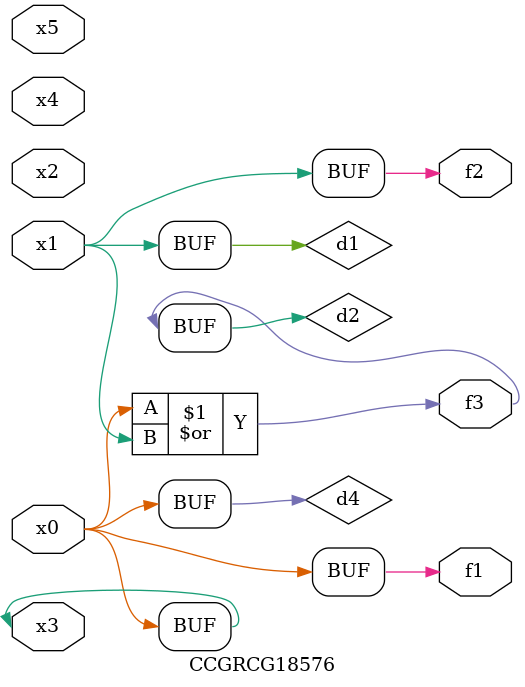
<source format=v>
module CCGRCG18576(
	input x0, x1, x2, x3, x4, x5,
	output f1, f2, f3
);

	wire d1, d2, d3, d4;

	and (d1, x1);
	or (d2, x0, x1);
	nand (d3, x0, x5);
	buf (d4, x0, x3);
	assign f1 = d4;
	assign f2 = d1;
	assign f3 = d2;
endmodule

</source>
